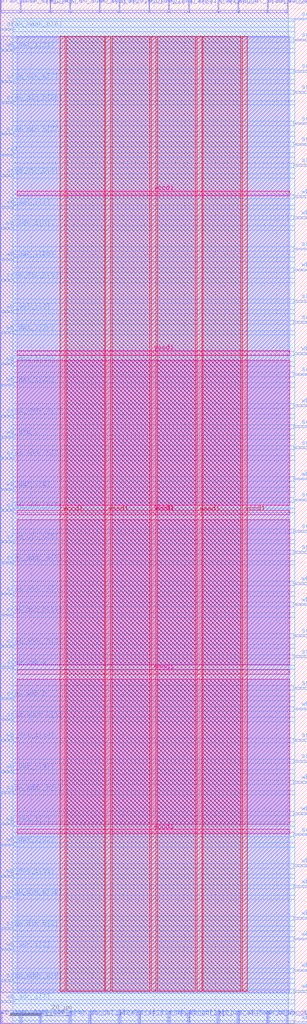
<source format=lef>
VERSION 5.7 ;
  NOWIREEXTENSIONATPIN ON ;
  DIVIDERCHAR "/" ;
  BUSBITCHARS "[]" ;
MACRO sram_wb_wrapper
  CLASS BLOCK ;
  FOREIGN sram_wb_wrapper ;
  ORIGIN 0.000 0.000 ;
  SIZE 100.000 BY 333.000 ;
  PIN rst
    DIRECTION INPUT ;
    USE SIGNAL ;
    PORT
      LAYER met3 ;
        RECT 0.000 282.240 4.000 282.840 ;
    END
  END rst
  PIN sram_addr_a[0]
    DIRECTION OUTPUT TRISTATE ;
    USE SIGNAL ;
    PORT
      LAYER met3 ;
        RECT 0.000 139.440 4.000 140.040 ;
    END
  END sram_addr_a[0]
  PIN sram_addr_a[1]
    DIRECTION OUTPUT TRISTATE ;
    USE SIGNAL ;
    PORT
      LAYER met3 ;
        RECT 96.000 85.040 100.000 85.640 ;
    END
  END sram_addr_a[1]
  PIN sram_addr_a[2]
    DIRECTION OUTPUT TRISTATE ;
    USE SIGNAL ;
    PORT
      LAYER met2 ;
        RECT 0.090 329.000 0.370 333.000 ;
    END
  END sram_addr_a[2]
  PIN sram_addr_a[3]
    DIRECTION OUTPUT TRISTATE ;
    USE SIGNAL ;
    PORT
      LAYER met3 ;
        RECT 0.000 197.240 4.000 197.840 ;
    END
  END sram_addr_a[3]
  PIN sram_addr_a[4]
    DIRECTION OUTPUT TRISTATE ;
    USE SIGNAL ;
    PORT
      LAYER met3 ;
        RECT 96.000 193.840 100.000 194.440 ;
    END
  END sram_addr_a[4]
  PIN sram_addr_a[5]
    DIRECTION OUTPUT TRISTATE ;
    USE SIGNAL ;
    PORT
      LAYER met3 ;
        RECT 0.000 13.640 4.000 14.240 ;
    END
  END sram_addr_a[5]
  PIN sram_addr_a[6]
    DIRECTION OUTPUT TRISTATE ;
    USE SIGNAL ;
    PORT
      LAYER met2 ;
        RECT 22.630 329.000 22.910 333.000 ;
    END
  END sram_addr_a[6]
  PIN sram_addr_a[7]
    DIRECTION OUTPUT TRISTATE ;
    USE SIGNAL ;
    PORT
      LAYER met3 ;
        RECT 0.000 149.640 4.000 150.240 ;
    END
  END sram_addr_a[7]
  PIN sram_addr_b[0]
    DIRECTION OUTPUT TRISTATE ;
    USE SIGNAL ;
    PORT
      LAYER met3 ;
        RECT 0.000 74.840 4.000 75.440 ;
    END
  END sram_addr_b[0]
  PIN sram_addr_b[1]
    DIRECTION OUTPUT TRISTATE ;
    USE SIGNAL ;
    PORT
      LAYER met3 ;
        RECT 96.000 285.640 100.000 286.240 ;
    END
  END sram_addr_b[1]
  PIN sram_addr_b[2]
    DIRECTION OUTPUT TRISTATE ;
    USE SIGNAL ;
    PORT
      LAYER met3 ;
        RECT 0.000 166.640 4.000 167.240 ;
    END
  END sram_addr_b[2]
  PIN sram_addr_b[3]
    DIRECTION OUTPUT TRISTATE ;
    USE SIGNAL ;
    PORT
      LAYER met3 ;
        RECT 0.000 122.440 4.000 123.040 ;
    END
  END sram_addr_b[3]
  PIN sram_addr_b[4]
    DIRECTION OUTPUT TRISTATE ;
    USE SIGNAL ;
    PORT
      LAYER met3 ;
        RECT 96.000 159.840 100.000 160.440 ;
    END
  END sram_addr_b[4]
  PIN sram_addr_b[5]
    DIRECTION OUTPUT TRISTATE ;
    USE SIGNAL ;
    PORT
      LAYER met3 ;
        RECT 0.000 98.640 4.000 99.240 ;
    END
  END sram_addr_b[5]
  PIN sram_addr_b[6]
    DIRECTION OUTPUT TRISTATE ;
    USE SIGNAL ;
    PORT
      LAYER met3 ;
        RECT 96.000 227.840 100.000 228.440 ;
    END
  END sram_addr_b[6]
  PIN sram_addr_b[7]
    DIRECTION OUTPUT TRISTATE ;
    USE SIGNAL ;
    PORT
      LAYER met3 ;
        RECT 0.000 183.640 4.000 184.240 ;
    END
  END sram_addr_b[7]
  PIN sram_csb_a
    DIRECTION OUTPUT TRISTATE ;
    USE SIGNAL ;
    PORT
      LAYER met3 ;
        RECT 0.000 115.640 4.000 116.240 ;
    END
  END sram_csb_a
  PIN sram_csb_b
    DIRECTION OUTPUT TRISTATE ;
    USE SIGNAL ;
    PORT
      LAYER met2 ;
        RECT 70.930 329.000 71.210 333.000 ;
    END
  END sram_csb_b
  PIN sram_din_b[0]
    DIRECTION OUTPUT TRISTATE ;
    USE SIGNAL ;
    PORT
      LAYER met3 ;
        RECT 96.000 91.840 100.000 92.440 ;
    END
  END sram_din_b[0]
  PIN sram_din_b[10]
    DIRECTION OUTPUT TRISTATE ;
    USE SIGNAL ;
    PORT
      LAYER met3 ;
        RECT 96.000 153.040 100.000 153.640 ;
    END
  END sram_din_b[10]
  PIN sram_din_b[11]
    DIRECTION OUTPUT TRISTATE ;
    USE SIGNAL ;
    PORT
      LAYER met3 ;
        RECT 96.000 234.640 100.000 235.240 ;
    END
  END sram_din_b[11]
  PIN sram_din_b[12]
    DIRECTION OUTPUT TRISTATE ;
    USE SIGNAL ;
    PORT
      LAYER met3 ;
        RECT 96.000 309.440 100.000 310.040 ;
    END
  END sram_din_b[12]
  PIN sram_din_b[13]
    DIRECTION OUTPUT TRISTATE ;
    USE SIGNAL ;
    PORT
      LAYER met3 ;
        RECT 0.000 241.440 4.000 242.040 ;
    END
  END sram_din_b[13]
  PIN sram_din_b[14]
    DIRECTION OUTPUT TRISTATE ;
    USE SIGNAL ;
    PORT
      LAYER met3 ;
        RECT 0.000 132.640 4.000 133.240 ;
    END
  END sram_din_b[14]
  PIN sram_din_b[15]
    DIRECTION OUTPUT TRISTATE ;
    USE SIGNAL ;
    PORT
      LAYER met2 ;
        RECT 38.730 329.000 39.010 333.000 ;
    END
  END sram_din_b[15]
  PIN sram_din_b[16]
    DIRECTION OUTPUT TRISTATE ;
    USE SIGNAL ;
    PORT
      LAYER met2 ;
        RECT 87.030 0.000 87.310 4.000 ;
    END
  END sram_din_b[16]
  PIN sram_din_b[17]
    DIRECTION OUTPUT TRISTATE ;
    USE SIGNAL ;
    PORT
      LAYER met2 ;
        RECT 87.030 329.000 87.310 333.000 ;
    END
  END sram_din_b[17]
  PIN sram_din_b[18]
    DIRECTION OUTPUT TRISTATE ;
    USE SIGNAL ;
    PORT
      LAYER met3 ;
        RECT 96.000 319.640 100.000 320.240 ;
    END
  END sram_din_b[18]
  PIN sram_din_b[19]
    DIRECTION OUTPUT TRISTATE ;
    USE SIGNAL ;
    PORT
      LAYER met2 ;
        RECT 45.170 0.000 45.450 4.000 ;
    END
  END sram_din_b[19]
  PIN sram_din_b[1]
    DIRECTION OUTPUT TRISTATE ;
    USE SIGNAL ;
    PORT
      LAYER met2 ;
        RECT 22.630 0.000 22.910 4.000 ;
    END
  END sram_din_b[1]
  PIN sram_din_b[20]
    DIRECTION OUTPUT TRISTATE ;
    USE SIGNAL ;
    PORT
      LAYER met3 ;
        RECT 0.000 40.840 4.000 41.440 ;
    END
  END sram_din_b[20]
  PIN sram_din_b[21]
    DIRECTION OUTPUT TRISTATE ;
    USE SIGNAL ;
    PORT
      LAYER met3 ;
        RECT 96.000 326.440 100.000 327.040 ;
    END
  END sram_din_b[21]
  PIN sram_din_b[22]
    DIRECTION OUTPUT TRISTATE ;
    USE SIGNAL ;
    PORT
      LAYER met2 ;
        RECT 61.270 329.000 61.550 333.000 ;
    END
  END sram_din_b[22]
  PIN sram_din_b[23]
    DIRECTION OUTPUT TRISTATE ;
    USE SIGNAL ;
    PORT
      LAYER met3 ;
        RECT 96.000 125.840 100.000 126.440 ;
    END
  END sram_din_b[23]
  PIN sram_din_b[24]
    DIRECTION OUTPUT TRISTATE ;
    USE SIGNAL ;
    PORT
      LAYER met3 ;
        RECT 96.000 61.240 100.000 61.840 ;
    END
  END sram_din_b[24]
  PIN sram_din_b[25]
    DIRECTION OUTPUT TRISTATE ;
    USE SIGNAL ;
    PORT
      LAYER met3 ;
        RECT 96.000 210.840 100.000 211.440 ;
    END
  END sram_din_b[25]
  PIN sram_din_b[26]
    DIRECTION OUTPUT TRISTATE ;
    USE SIGNAL ;
    PORT
      LAYER met3 ;
        RECT 96.000 187.040 100.000 187.640 ;
    END
  END sram_din_b[26]
  PIN sram_din_b[27]
    DIRECTION OUTPUT TRISTATE ;
    USE SIGNAL ;
    PORT
      LAYER met3 ;
        RECT 0.000 289.040 4.000 289.640 ;
    END
  END sram_din_b[27]
  PIN sram_din_b[28]
    DIRECTION OUTPUT TRISTATE ;
    USE SIGNAL ;
    PORT
      LAYER met3 ;
        RECT 0.000 299.240 4.000 299.840 ;
    END
  END sram_din_b[28]
  PIN sram_din_b[29]
    DIRECTION OUTPUT TRISTATE ;
    USE SIGNAL ;
    PORT
      LAYER met3 ;
        RECT 96.000 278.840 100.000 279.440 ;
    END
  END sram_din_b[29]
  PIN sram_din_b[2]
    DIRECTION OUTPUT TRISTATE ;
    USE SIGNAL ;
    PORT
      LAYER met3 ;
        RECT 0.000 30.640 4.000 31.240 ;
    END
  END sram_din_b[2]
  PIN sram_din_b[30]
    DIRECTION OUTPUT TRISTATE ;
    USE SIGNAL ;
    PORT
      LAYER met2 ;
        RECT 54.830 0.000 55.110 4.000 ;
    END
  END sram_din_b[30]
  PIN sram_din_b[31]
    DIRECTION OUTPUT TRISTATE ;
    USE SIGNAL ;
    PORT
      LAYER met3 ;
        RECT 96.000 292.440 100.000 293.040 ;
    END
  END sram_din_b[31]
  PIN sram_din_b[3]
    DIRECTION OUTPUT TRISTATE ;
    USE SIGNAL ;
    PORT
      LAYER met3 ;
        RECT 96.000 119.040 100.000 119.640 ;
    END
  END sram_din_b[3]
  PIN sram_din_b[4]
    DIRECTION OUTPUT TRISTATE ;
    USE SIGNAL ;
    PORT
      LAYER met2 ;
        RECT 6.530 329.000 6.810 333.000 ;
    END
  END sram_din_b[4]
  PIN sram_din_b[5]
    DIRECTION OUTPUT TRISTATE ;
    USE SIGNAL ;
    PORT
      LAYER met3 ;
        RECT 0.000 156.440 4.000 157.040 ;
    END
  END sram_din_b[5]
  PIN sram_din_b[6]
    DIRECTION OUTPUT TRISTATE ;
    USE SIGNAL ;
    PORT
      LAYER met3 ;
        RECT 0.000 275.440 4.000 276.040 ;
    END
  END sram_din_b[6]
  PIN sram_din_b[7]
    DIRECTION OUTPUT TRISTATE ;
    USE SIGNAL ;
    PORT
      LAYER met3 ;
        RECT 0.000 306.040 4.000 306.640 ;
    END
  END sram_din_b[7]
  PIN sram_din_b[8]
    DIRECTION OUTPUT TRISTATE ;
    USE SIGNAL ;
    PORT
      LAYER met3 ;
        RECT 96.000 302.640 100.000 303.240 ;
    END
  END sram_din_b[8]
  PIN sram_din_b[9]
    DIRECTION OUTPUT TRISTATE ;
    USE SIGNAL ;
    PORT
      LAYER met3 ;
        RECT 96.000 108.840 100.000 109.440 ;
    END
  END sram_din_b[9]
  PIN sram_mask_b[0]
    DIRECTION OUTPUT TRISTATE ;
    USE SIGNAL ;
    PORT
      LAYER met3 ;
        RECT 0.000 323.040 4.000 323.640 ;
    END
  END sram_mask_b[0]
  PIN sram_mask_b[1]
    DIRECTION OUTPUT TRISTATE ;
    USE SIGNAL ;
    PORT
      LAYER met2 ;
        RECT 77.370 0.000 77.650 4.000 ;
    END
  END sram_mask_b[1]
  PIN sram_mask_b[2]
    DIRECTION OUTPUT TRISTATE ;
    USE SIGNAL ;
    PORT
      LAYER met3 ;
        RECT 96.000 170.040 100.000 170.640 ;
    END
  END sram_mask_b[2]
  PIN sram_mask_b[3]
    DIRECTION OUTPUT TRISTATE ;
    USE SIGNAL ;
    PORT
      LAYER met3 ;
        RECT 96.000 251.640 100.000 252.240 ;
    END
  END sram_mask_b[3]
  PIN sram_web_b
    DIRECTION OUTPUT TRISTATE ;
    USE SIGNAL ;
    PORT
      LAYER met3 ;
        RECT 0.000 105.440 4.000 106.040 ;
    END
  END sram_web_b
  PIN vccd1
    DIRECTION INPUT ;
    USE POWER ;
    PORT
      LAYER met5 ;
        RECT 5.520 61.715 94.300 63.315 ;
    END
    PORT
      LAYER met5 ;
        RECT 5.520 165.460 94.300 167.060 ;
    END
    PORT
      LAYER met5 ;
        RECT 5.520 269.205 94.300 270.805 ;
    END
    PORT
      LAYER met4 ;
        RECT 19.550 10.640 21.150 321.200 ;
    END
    PORT
      LAYER met4 ;
        RECT 49.200 10.640 50.800 321.200 ;
    END
    PORT
      LAYER met4 ;
        RECT 78.855 10.640 80.455 321.200 ;
    END
  END vccd1
  PIN vssd1
    DIRECTION INPUT ;
    USE GROUND ;
    PORT
      LAYER met5 ;
        RECT 5.520 113.585 94.300 115.185 ;
    END
    PORT
      LAYER met5 ;
        RECT 5.520 217.335 94.300 218.935 ;
    END
    PORT
      LAYER met4 ;
        RECT 34.370 10.640 35.970 321.200 ;
    END
    PORT
      LAYER met4 ;
        RECT 64.025 10.640 65.625 321.200 ;
    END
  END vssd1
  PIN wb_ack_o
    DIRECTION OUTPUT TRISTATE ;
    USE SIGNAL ;
    PORT
      LAYER met2 ;
        RECT 16.190 329.000 16.470 333.000 ;
    END
  END wb_ack_o
  PIN wb_adr_i[0]
    DIRECTION INPUT ;
    USE SIGNAL ;
    PORT
      LAYER met3 ;
        RECT 0.000 258.440 4.000 259.040 ;
    END
  END wb_adr_i[0]
  PIN wb_adr_i[1]
    DIRECTION INPUT ;
    USE SIGNAL ;
    PORT
      LAYER met3 ;
        RECT 96.000 68.040 100.000 68.640 ;
    END
  END wb_adr_i[1]
  PIN wb_adr_i[2]
    DIRECTION INPUT ;
    USE SIGNAL ;
    PORT
      LAYER met3 ;
        RECT 0.000 23.840 4.000 24.440 ;
    END
  END wb_adr_i[2]
  PIN wb_adr_i[3]
    DIRECTION INPUT ;
    USE SIGNAL ;
    PORT
      LAYER met3 ;
        RECT 96.000 34.040 100.000 34.640 ;
    END
  END wb_adr_i[3]
  PIN wb_adr_i[4]
    DIRECTION INPUT ;
    USE SIGNAL ;
    PORT
      LAYER met2 ;
        RECT 12.970 0.000 13.250 4.000 ;
    END
  END wb_adr_i[4]
  PIN wb_adr_i[5]
    DIRECTION INPUT ;
    USE SIGNAL ;
    PORT
      LAYER met2 ;
        RECT 61.270 0.000 61.550 4.000 ;
    END
  END wb_adr_i[5]
  PIN wb_adr_i[6]
    DIRECTION INPUT ;
    USE SIGNAL ;
    PORT
      LAYER met3 ;
        RECT 96.000 102.040 100.000 102.640 ;
    END
  END wb_adr_i[6]
  PIN wb_adr_i[7]
    DIRECTION INPUT ;
    USE SIGNAL ;
    PORT
      LAYER met3 ;
        RECT 0.000 6.840 4.000 7.440 ;
    END
  END wb_adr_i[7]
  PIN wb_clk_i
    DIRECTION INPUT ;
    USE SIGNAL ;
    PORT
      LAYER met3 ;
        RECT 96.000 176.840 100.000 177.440 ;
    END
  END wb_clk_i
  PIN wb_cyc_i
    DIRECTION INPUT ;
    USE SIGNAL ;
    PORT
      LAYER met3 ;
        RECT 96.000 51.040 100.000 51.640 ;
    END
  END wb_cyc_i
  PIN wb_dat_i[0]
    DIRECTION INPUT ;
    USE SIGNAL ;
    PORT
      LAYER met3 ;
        RECT 0.000 173.440 4.000 174.040 ;
    END
  END wb_dat_i[0]
  PIN wb_dat_i[10]
    DIRECTION INPUT ;
    USE SIGNAL ;
    PORT
      LAYER met3 ;
        RECT 96.000 136.040 100.000 136.640 ;
    END
  END wb_dat_i[10]
  PIN wb_dat_i[11]
    DIRECTION INPUT ;
    USE SIGNAL ;
    PORT
      LAYER met3 ;
        RECT 0.000 47.640 4.000 48.240 ;
    END
  END wb_dat_i[11]
  PIN wb_dat_i[12]
    DIRECTION INPUT ;
    USE SIGNAL ;
    PORT
      LAYER met3 ;
        RECT 96.000 200.640 100.000 201.240 ;
    END
  END wb_dat_i[12]
  PIN wb_dat_i[13]
    DIRECTION INPUT ;
    USE SIGNAL ;
    PORT
      LAYER met3 ;
        RECT 96.000 261.840 100.000 262.440 ;
    END
  END wb_dat_i[13]
  PIN wb_dat_i[14]
    DIRECTION INPUT ;
    USE SIGNAL ;
    PORT
      LAYER met3 ;
        RECT 96.000 78.240 100.000 78.840 ;
    END
  END wb_dat_i[14]
  PIN wb_dat_i[15]
    DIRECTION INPUT ;
    USE SIGNAL ;
    PORT
      LAYER met3 ;
        RECT 96.000 268.640 100.000 269.240 ;
    END
  END wb_dat_i[15]
  PIN wb_dat_i[16]
    DIRECTION INPUT ;
    USE SIGNAL ;
    PORT
      LAYER met3 ;
        RECT 96.000 0.040 100.000 0.640 ;
    END
  END wb_dat_i[16]
  PIN wb_dat_i[17]
    DIRECTION INPUT ;
    USE SIGNAL ;
    PORT
      LAYER met3 ;
        RECT 0.000 214.240 4.000 214.840 ;
    END
  END wb_dat_i[17]
  PIN wb_dat_i[18]
    DIRECTION INPUT ;
    USE SIGNAL ;
    PORT
      LAYER met3 ;
        RECT 0.000 91.840 4.000 92.440 ;
    END
  END wb_dat_i[18]
  PIN wb_dat_i[19]
    DIRECTION INPUT ;
    USE SIGNAL ;
    PORT
      LAYER met2 ;
        RECT 0.090 0.000 0.370 4.000 ;
    END
  END wb_dat_i[19]
  PIN wb_dat_i[1]
    DIRECTION INPUT ;
    USE SIGNAL ;
    PORT
      LAYER met3 ;
        RECT 96.000 27.240 100.000 27.840 ;
    END
  END wb_dat_i[1]
  PIN wb_dat_i[20]
    DIRECTION INPUT ;
    USE SIGNAL ;
    PORT
      LAYER met3 ;
        RECT 0.000 248.240 4.000 248.840 ;
    END
  END wb_dat_i[20]
  PIN wb_dat_i[21]
    DIRECTION INPUT ;
    USE SIGNAL ;
    PORT
      LAYER met3 ;
        RECT 0.000 316.240 4.000 316.840 ;
    END
  END wb_dat_i[21]
  PIN wb_dat_i[22]
    DIRECTION INPUT ;
    USE SIGNAL ;
    PORT
      LAYER met3 ;
        RECT 0.000 57.840 4.000 58.440 ;
    END
  END wb_dat_i[22]
  PIN wb_dat_i[23]
    DIRECTION INPUT ;
    USE SIGNAL ;
    PORT
      LAYER met3 ;
        RECT 0.000 207.440 4.000 208.040 ;
    END
  END wb_dat_i[23]
  PIN wb_dat_i[24]
    DIRECTION INPUT ;
    USE SIGNAL ;
    PORT
      LAYER met2 ;
        RECT 29.070 0.000 29.350 4.000 ;
    END
  END wb_dat_i[24]
  PIN wb_dat_i[25]
    DIRECTION INPUT ;
    USE SIGNAL ;
    PORT
      LAYER met2 ;
        RECT 6.530 0.000 6.810 4.000 ;
    END
  END wb_dat_i[25]
  PIN wb_dat_i[26]
    DIRECTION INPUT ;
    USE SIGNAL ;
    PORT
      LAYER met2 ;
        RECT 77.370 329.000 77.650 333.000 ;
    END
  END wb_dat_i[26]
  PIN wb_dat_i[27]
    DIRECTION INPUT ;
    USE SIGNAL ;
    PORT
      LAYER met2 ;
        RECT 32.290 329.000 32.570 333.000 ;
    END
  END wb_dat_i[27]
  PIN wb_dat_i[28]
    DIRECTION INPUT ;
    USE SIGNAL ;
    PORT
      LAYER met2 ;
        RECT 93.470 0.000 93.750 4.000 ;
    END
  END wb_dat_i[28]
  PIN wb_dat_i[29]
    DIRECTION INPUT ;
    USE SIGNAL ;
    PORT
      LAYER met2 ;
        RECT 93.470 329.000 93.750 333.000 ;
    END
  END wb_dat_i[29]
  PIN wb_dat_i[2]
    DIRECTION INPUT ;
    USE SIGNAL ;
    PORT
      LAYER met3 ;
        RECT 96.000 142.840 100.000 143.440 ;
    END
  END wb_dat_i[2]
  PIN wb_dat_i[30]
    DIRECTION INPUT ;
    USE SIGNAL ;
    PORT
      LAYER met3 ;
        RECT 0.000 224.440 4.000 225.040 ;
    END
  END wb_dat_i[30]
  PIN wb_dat_i[31]
    DIRECTION INPUT ;
    USE SIGNAL ;
    PORT
      LAYER met3 ;
        RECT 0.000 81.640 4.000 82.240 ;
    END
  END wb_dat_i[31]
  PIN wb_dat_i[3]
    DIRECTION INPUT ;
    USE SIGNAL ;
    PORT
      LAYER met2 ;
        RECT 38.730 0.000 39.010 4.000 ;
    END
  END wb_dat_i[3]
  PIN wb_dat_i[4]
    DIRECTION INPUT ;
    USE SIGNAL ;
    PORT
      LAYER met2 ;
        RECT 70.930 0.000 71.210 4.000 ;
    END
  END wb_dat_i[4]
  PIN wb_dat_i[5]
    DIRECTION INPUT ;
    USE SIGNAL ;
    PORT
      LAYER met3 ;
        RECT 96.000 10.240 100.000 10.840 ;
    END
  END wb_dat_i[5]
  PIN wb_dat_i[6]
    DIRECTION INPUT ;
    USE SIGNAL ;
    PORT
      LAYER met3 ;
        RECT 96.000 244.840 100.000 245.440 ;
    END
  END wb_dat_i[6]
  PIN wb_dat_i[7]
    DIRECTION INPUT ;
    USE SIGNAL ;
    PORT
      LAYER met3 ;
        RECT 96.000 17.040 100.000 17.640 ;
    END
  END wb_dat_i[7]
  PIN wb_dat_i[8]
    DIRECTION INPUT ;
    USE SIGNAL ;
    PORT
      LAYER met2 ;
        RECT 54.830 329.000 55.110 333.000 ;
    END
  END wb_dat_i[8]
  PIN wb_dat_i[9]
    DIRECTION INPUT ;
    USE SIGNAL ;
    PORT
      LAYER met2 ;
        RECT 48.390 329.000 48.670 333.000 ;
    END
  END wb_dat_i[9]
  PIN wb_sel_i[0]
    DIRECTION INPUT ;
    USE SIGNAL ;
    PORT
      LAYER met3 ;
        RECT 0.000 231.240 4.000 231.840 ;
    END
  END wb_sel_i[0]
  PIN wb_sel_i[1]
    DIRECTION INPUT ;
    USE SIGNAL ;
    PORT
      LAYER met3 ;
        RECT 0.000 265.240 4.000 265.840 ;
    END
  END wb_sel_i[1]
  PIN wb_sel_i[2]
    DIRECTION INPUT ;
    USE SIGNAL ;
    PORT
      LAYER met3 ;
        RECT 96.000 44.240 100.000 44.840 ;
    END
  END wb_sel_i[2]
  PIN wb_sel_i[3]
    DIRECTION INPUT ;
    USE SIGNAL ;
    PORT
      LAYER met3 ;
        RECT 0.000 64.640 4.000 65.240 ;
    END
  END wb_sel_i[3]
  PIN wb_stb_i
    DIRECTION INPUT ;
    USE SIGNAL ;
    PORT
      LAYER met3 ;
        RECT 0.000 190.440 4.000 191.040 ;
    END
  END wb_stb_i
  PIN wb_we_i
    DIRECTION INPUT ;
    USE SIGNAL ;
    PORT
      LAYER met3 ;
        RECT 96.000 217.640 100.000 218.240 ;
    END
  END wb_we_i
  OBS
      LAYER li1 ;
        RECT 5.520 10.795 94.300 321.045 ;
      LAYER met1 ;
        RECT 0.070 10.240 94.300 321.200 ;
      LAYER met2 ;
        RECT 0.650 328.720 6.250 329.530 ;
        RECT 7.090 328.720 15.910 329.530 ;
        RECT 16.750 328.720 22.350 329.530 ;
        RECT 23.190 328.720 32.010 329.530 ;
        RECT 32.850 328.720 38.450 329.530 ;
        RECT 39.290 328.720 48.110 329.530 ;
        RECT 48.950 328.720 54.550 329.530 ;
        RECT 55.390 328.720 60.990 329.530 ;
        RECT 61.830 328.720 70.650 329.530 ;
        RECT 71.490 328.720 77.090 329.530 ;
        RECT 77.930 328.720 86.750 329.530 ;
        RECT 87.590 328.720 93.190 329.530 ;
        RECT 0.100 4.280 93.740 328.720 ;
        RECT 0.650 0.155 6.250 4.280 ;
        RECT 7.090 0.155 12.690 4.280 ;
        RECT 13.530 0.155 22.350 4.280 ;
        RECT 23.190 0.155 28.790 4.280 ;
        RECT 29.630 0.155 38.450 4.280 ;
        RECT 39.290 0.155 44.890 4.280 ;
        RECT 45.730 0.155 54.550 4.280 ;
        RECT 55.390 0.155 60.990 4.280 ;
        RECT 61.830 0.155 70.650 4.280 ;
        RECT 71.490 0.155 77.090 4.280 ;
        RECT 77.930 0.155 86.750 4.280 ;
        RECT 87.590 0.155 93.190 4.280 ;
      LAYER met3 ;
        RECT 4.000 326.040 95.600 326.905 ;
        RECT 4.000 324.040 96.000 326.040 ;
        RECT 4.400 322.640 96.000 324.040 ;
        RECT 4.000 320.640 96.000 322.640 ;
        RECT 4.000 319.240 95.600 320.640 ;
        RECT 4.000 317.240 96.000 319.240 ;
        RECT 4.400 315.840 96.000 317.240 ;
        RECT 4.000 310.440 96.000 315.840 ;
        RECT 4.000 309.040 95.600 310.440 ;
        RECT 4.000 307.040 96.000 309.040 ;
        RECT 4.400 305.640 96.000 307.040 ;
        RECT 4.000 303.640 96.000 305.640 ;
        RECT 4.000 302.240 95.600 303.640 ;
        RECT 4.000 300.240 96.000 302.240 ;
        RECT 4.400 298.840 96.000 300.240 ;
        RECT 4.000 293.440 96.000 298.840 ;
        RECT 4.000 292.040 95.600 293.440 ;
        RECT 4.000 290.040 96.000 292.040 ;
        RECT 4.400 288.640 96.000 290.040 ;
        RECT 4.000 286.640 96.000 288.640 ;
        RECT 4.000 285.240 95.600 286.640 ;
        RECT 4.000 283.240 96.000 285.240 ;
        RECT 4.400 281.840 96.000 283.240 ;
        RECT 4.000 279.840 96.000 281.840 ;
        RECT 4.000 278.440 95.600 279.840 ;
        RECT 4.000 276.440 96.000 278.440 ;
        RECT 4.400 275.040 96.000 276.440 ;
        RECT 4.000 269.640 96.000 275.040 ;
        RECT 4.000 268.240 95.600 269.640 ;
        RECT 4.000 266.240 96.000 268.240 ;
        RECT 4.400 264.840 96.000 266.240 ;
        RECT 4.000 262.840 96.000 264.840 ;
        RECT 4.000 261.440 95.600 262.840 ;
        RECT 4.000 259.440 96.000 261.440 ;
        RECT 4.400 258.040 96.000 259.440 ;
        RECT 4.000 252.640 96.000 258.040 ;
        RECT 4.000 251.240 95.600 252.640 ;
        RECT 4.000 249.240 96.000 251.240 ;
        RECT 4.400 247.840 96.000 249.240 ;
        RECT 4.000 245.840 96.000 247.840 ;
        RECT 4.000 244.440 95.600 245.840 ;
        RECT 4.000 242.440 96.000 244.440 ;
        RECT 4.400 241.040 96.000 242.440 ;
        RECT 4.000 235.640 96.000 241.040 ;
        RECT 4.000 234.240 95.600 235.640 ;
        RECT 4.000 232.240 96.000 234.240 ;
        RECT 4.400 230.840 96.000 232.240 ;
        RECT 4.000 228.840 96.000 230.840 ;
        RECT 4.000 227.440 95.600 228.840 ;
        RECT 4.000 225.440 96.000 227.440 ;
        RECT 4.400 224.040 96.000 225.440 ;
        RECT 4.000 218.640 96.000 224.040 ;
        RECT 4.000 217.240 95.600 218.640 ;
        RECT 4.000 215.240 96.000 217.240 ;
        RECT 4.400 213.840 96.000 215.240 ;
        RECT 4.000 211.840 96.000 213.840 ;
        RECT 4.000 210.440 95.600 211.840 ;
        RECT 4.000 208.440 96.000 210.440 ;
        RECT 4.400 207.040 96.000 208.440 ;
        RECT 4.000 201.640 96.000 207.040 ;
        RECT 4.000 200.240 95.600 201.640 ;
        RECT 4.000 198.240 96.000 200.240 ;
        RECT 4.400 196.840 96.000 198.240 ;
        RECT 4.000 194.840 96.000 196.840 ;
        RECT 4.000 193.440 95.600 194.840 ;
        RECT 4.000 191.440 96.000 193.440 ;
        RECT 4.400 190.040 96.000 191.440 ;
        RECT 4.000 188.040 96.000 190.040 ;
        RECT 4.000 186.640 95.600 188.040 ;
        RECT 4.000 184.640 96.000 186.640 ;
        RECT 4.400 183.240 96.000 184.640 ;
        RECT 4.000 177.840 96.000 183.240 ;
        RECT 4.000 176.440 95.600 177.840 ;
        RECT 4.000 174.440 96.000 176.440 ;
        RECT 4.400 173.040 96.000 174.440 ;
        RECT 4.000 171.040 96.000 173.040 ;
        RECT 4.000 169.640 95.600 171.040 ;
        RECT 4.000 167.640 96.000 169.640 ;
        RECT 4.400 166.240 96.000 167.640 ;
        RECT 4.000 160.840 96.000 166.240 ;
        RECT 4.000 159.440 95.600 160.840 ;
        RECT 4.000 157.440 96.000 159.440 ;
        RECT 4.400 156.040 96.000 157.440 ;
        RECT 4.000 154.040 96.000 156.040 ;
        RECT 4.000 152.640 95.600 154.040 ;
        RECT 4.000 150.640 96.000 152.640 ;
        RECT 4.400 149.240 96.000 150.640 ;
        RECT 4.000 143.840 96.000 149.240 ;
        RECT 4.000 142.440 95.600 143.840 ;
        RECT 4.000 140.440 96.000 142.440 ;
        RECT 4.400 139.040 96.000 140.440 ;
        RECT 4.000 137.040 96.000 139.040 ;
        RECT 4.000 135.640 95.600 137.040 ;
        RECT 4.000 133.640 96.000 135.640 ;
        RECT 4.400 132.240 96.000 133.640 ;
        RECT 4.000 126.840 96.000 132.240 ;
        RECT 4.000 125.440 95.600 126.840 ;
        RECT 4.000 123.440 96.000 125.440 ;
        RECT 4.400 122.040 96.000 123.440 ;
        RECT 4.000 120.040 96.000 122.040 ;
        RECT 4.000 118.640 95.600 120.040 ;
        RECT 4.000 116.640 96.000 118.640 ;
        RECT 4.400 115.240 96.000 116.640 ;
        RECT 4.000 109.840 96.000 115.240 ;
        RECT 4.000 108.440 95.600 109.840 ;
        RECT 4.000 106.440 96.000 108.440 ;
        RECT 4.400 105.040 96.000 106.440 ;
        RECT 4.000 103.040 96.000 105.040 ;
        RECT 4.000 101.640 95.600 103.040 ;
        RECT 4.000 99.640 96.000 101.640 ;
        RECT 4.400 98.240 96.000 99.640 ;
        RECT 4.000 92.840 96.000 98.240 ;
        RECT 4.400 91.440 95.600 92.840 ;
        RECT 4.000 86.040 96.000 91.440 ;
        RECT 4.000 84.640 95.600 86.040 ;
        RECT 4.000 82.640 96.000 84.640 ;
        RECT 4.400 81.240 96.000 82.640 ;
        RECT 4.000 79.240 96.000 81.240 ;
        RECT 4.000 77.840 95.600 79.240 ;
        RECT 4.000 75.840 96.000 77.840 ;
        RECT 4.400 74.440 96.000 75.840 ;
        RECT 4.000 69.040 96.000 74.440 ;
        RECT 4.000 67.640 95.600 69.040 ;
        RECT 4.000 65.640 96.000 67.640 ;
        RECT 4.400 64.240 96.000 65.640 ;
        RECT 4.000 62.240 96.000 64.240 ;
        RECT 4.000 60.840 95.600 62.240 ;
        RECT 4.000 58.840 96.000 60.840 ;
        RECT 4.400 57.440 96.000 58.840 ;
        RECT 4.000 52.040 96.000 57.440 ;
        RECT 4.000 50.640 95.600 52.040 ;
        RECT 4.000 48.640 96.000 50.640 ;
        RECT 4.400 47.240 96.000 48.640 ;
        RECT 4.000 45.240 96.000 47.240 ;
        RECT 4.000 43.840 95.600 45.240 ;
        RECT 4.000 41.840 96.000 43.840 ;
        RECT 4.400 40.440 96.000 41.840 ;
        RECT 4.000 35.040 96.000 40.440 ;
        RECT 4.000 33.640 95.600 35.040 ;
        RECT 4.000 31.640 96.000 33.640 ;
        RECT 4.400 30.240 96.000 31.640 ;
        RECT 4.000 28.240 96.000 30.240 ;
        RECT 4.000 26.840 95.600 28.240 ;
        RECT 4.000 24.840 96.000 26.840 ;
        RECT 4.400 23.440 96.000 24.840 ;
        RECT 4.000 18.040 96.000 23.440 ;
        RECT 4.000 16.640 95.600 18.040 ;
        RECT 4.000 14.640 96.000 16.640 ;
        RECT 4.400 13.240 96.000 14.640 ;
        RECT 4.000 11.240 96.000 13.240 ;
        RECT 4.000 9.840 95.600 11.240 ;
        RECT 4.000 7.840 96.000 9.840 ;
        RECT 4.400 6.440 96.000 7.840 ;
        RECT 4.000 1.040 96.000 6.440 ;
        RECT 4.000 0.175 95.600 1.040 ;
      LAYER met4 ;
        RECT 21.550 10.640 33.970 321.200 ;
        RECT 36.370 10.640 48.800 321.200 ;
        RECT 51.200 10.640 63.625 321.200 ;
        RECT 66.025 10.640 78.455 321.200 ;
      LAYER met5 ;
        RECT 5.520 168.660 94.300 215.735 ;
        RECT 5.520 116.785 94.300 163.860 ;
        RECT 5.520 64.915 94.300 111.985 ;
  END
END sram_wb_wrapper
END LIBRARY


</source>
